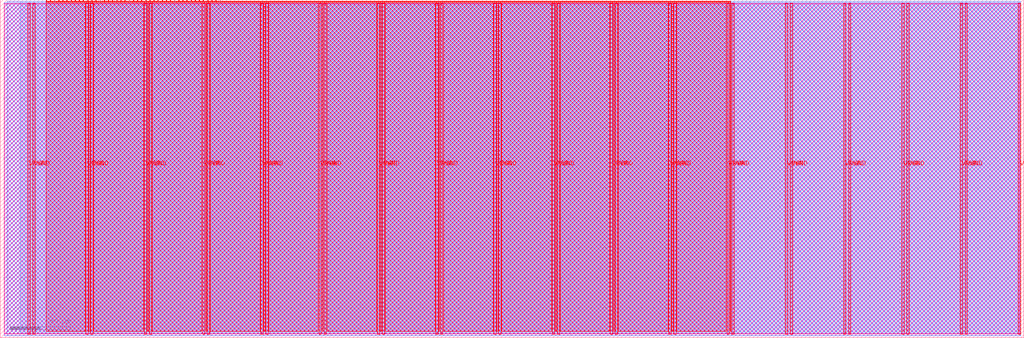
<source format=lef>
VERSION 5.7 ;
  NOWIREEXTENSIONATPIN ON ;
  DIVIDERCHAR "/" ;
  BUSBITCHARS "[]" ;
MACRO tt_um_kianv_bare_metal
  CLASS BLOCK ;
  FOREIGN tt_um_kianv_bare_metal ;
  ORIGIN 0.000 0.000 ;
  SIZE 682.640 BY 225.760 ;
  PIN VGND
    DIRECTION INOUT ;
    USE GROUND ;
    PORT
      LAYER met4 ;
        RECT 21.580 2.480 23.180 223.280 ;
    END
    PORT
      LAYER met4 ;
        RECT 60.450 2.480 62.050 223.280 ;
    END
    PORT
      LAYER met4 ;
        RECT 99.320 2.480 100.920 223.280 ;
    END
    PORT
      LAYER met4 ;
        RECT 138.190 2.480 139.790 223.280 ;
    END
    PORT
      LAYER met4 ;
        RECT 177.060 2.480 178.660 223.280 ;
    END
    PORT
      LAYER met4 ;
        RECT 215.930 2.480 217.530 223.280 ;
    END
    PORT
      LAYER met4 ;
        RECT 254.800 2.480 256.400 223.280 ;
    END
    PORT
      LAYER met4 ;
        RECT 293.670 2.480 295.270 223.280 ;
    END
    PORT
      LAYER met4 ;
        RECT 332.540 2.480 334.140 223.280 ;
    END
    PORT
      LAYER met4 ;
        RECT 371.410 2.480 373.010 223.280 ;
    END
    PORT
      LAYER met4 ;
        RECT 410.280 2.480 411.880 223.280 ;
    END
    PORT
      LAYER met4 ;
        RECT 449.150 2.480 450.750 223.280 ;
    END
    PORT
      LAYER met4 ;
        RECT 488.020 2.480 489.620 223.280 ;
    END
    PORT
      LAYER met4 ;
        RECT 526.890 2.480 528.490 223.280 ;
    END
    PORT
      LAYER met4 ;
        RECT 565.760 2.480 567.360 223.280 ;
    END
    PORT
      LAYER met4 ;
        RECT 604.630 2.480 606.230 223.280 ;
    END
    PORT
      LAYER met4 ;
        RECT 643.500 2.480 645.100 223.280 ;
    END
  END VGND
  PIN VPWR
    DIRECTION INOUT ;
    USE POWER ;
    PORT
      LAYER met4 ;
        RECT 18.280 2.480 19.880 223.280 ;
    END
    PORT
      LAYER met4 ;
        RECT 57.150 2.480 58.750 223.280 ;
    END
    PORT
      LAYER met4 ;
        RECT 96.020 2.480 97.620 223.280 ;
    END
    PORT
      LAYER met4 ;
        RECT 134.890 2.480 136.490 223.280 ;
    END
    PORT
      LAYER met4 ;
        RECT 173.760 2.480 175.360 223.280 ;
    END
    PORT
      LAYER met4 ;
        RECT 212.630 2.480 214.230 223.280 ;
    END
    PORT
      LAYER met4 ;
        RECT 251.500 2.480 253.100 223.280 ;
    END
    PORT
      LAYER met4 ;
        RECT 290.370 2.480 291.970 223.280 ;
    END
    PORT
      LAYER met4 ;
        RECT 329.240 2.480 330.840 223.280 ;
    END
    PORT
      LAYER met4 ;
        RECT 368.110 2.480 369.710 223.280 ;
    END
    PORT
      LAYER met4 ;
        RECT 406.980 2.480 408.580 223.280 ;
    END
    PORT
      LAYER met4 ;
        RECT 445.850 2.480 447.450 223.280 ;
    END
    PORT
      LAYER met4 ;
        RECT 484.720 2.480 486.320 223.280 ;
    END
    PORT
      LAYER met4 ;
        RECT 523.590 2.480 525.190 223.280 ;
    END
    PORT
      LAYER met4 ;
        RECT 562.460 2.480 564.060 223.280 ;
    END
    PORT
      LAYER met4 ;
        RECT 601.330 2.480 602.930 223.280 ;
    END
    PORT
      LAYER met4 ;
        RECT 640.200 2.480 641.800 223.280 ;
    END
    PORT
      LAYER met4 ;
        RECT 679.070 2.480 680.670 223.280 ;
    END
  END VPWR
  PIN clk
    DIRECTION INPUT ;
    USE SIGNAL ;
    ANTENNAGATEAREA 0.852000 ;
    PORT
      LAYER met4 ;
        RECT 143.830 224.760 144.130 225.760 ;
    END
  END clk
  PIN ena
    DIRECTION INPUT ;
    USE SIGNAL ;
    PORT
      LAYER met4 ;
        RECT 146.590 224.760 146.890 225.760 ;
    END
  END ena
  PIN rst_n
    DIRECTION INPUT ;
    USE SIGNAL ;
    ANTENNAGATEAREA 0.196500 ;
    PORT
      LAYER met4 ;
        RECT 141.070 224.760 141.370 225.760 ;
    END
  END rst_n
  PIN ui_in[0]
    DIRECTION INPUT ;
    USE SIGNAL ;
    PORT
      LAYER met4 ;
        RECT 138.310 224.760 138.610 225.760 ;
    END
  END ui_in[0]
  PIN ui_in[1]
    DIRECTION INPUT ;
    USE SIGNAL ;
    PORT
      LAYER met4 ;
        RECT 135.550 224.760 135.850 225.760 ;
    END
  END ui_in[1]
  PIN ui_in[2]
    DIRECTION INPUT ;
    USE SIGNAL ;
    ANTENNAGATEAREA 0.196500 ;
    PORT
      LAYER met4 ;
        RECT 132.790 224.760 133.090 225.760 ;
    END
  END ui_in[2]
  PIN ui_in[3]
    DIRECTION INPUT ;
    USE SIGNAL ;
    ANTENNAGATEAREA 0.196500 ;
    PORT
      LAYER met4 ;
        RECT 130.030 224.760 130.330 225.760 ;
    END
  END ui_in[3]
  PIN ui_in[4]
    DIRECTION INPUT ;
    USE SIGNAL ;
    PORT
      LAYER met4 ;
        RECT 127.270 224.760 127.570 225.760 ;
    END
  END ui_in[4]
  PIN ui_in[5]
    DIRECTION INPUT ;
    USE SIGNAL ;
    PORT
      LAYER met4 ;
        RECT 124.510 224.760 124.810 225.760 ;
    END
  END ui_in[5]
  PIN ui_in[6]
    DIRECTION INPUT ;
    USE SIGNAL ;
    PORT
      LAYER met4 ;
        RECT 121.750 224.760 122.050 225.760 ;
    END
  END ui_in[6]
  PIN ui_in[7]
    DIRECTION INPUT ;
    USE SIGNAL ;
    PORT
      LAYER met4 ;
        RECT 118.990 224.760 119.290 225.760 ;
    END
  END ui_in[7]
  PIN uio_in[0]
    DIRECTION INPUT ;
    USE SIGNAL ;
    PORT
      LAYER met4 ;
        RECT 116.230 224.760 116.530 225.760 ;
    END
  END uio_in[0]
  PIN uio_in[1]
    DIRECTION INPUT ;
    USE SIGNAL ;
    ANTENNAGATEAREA 0.196500 ;
    PORT
      LAYER met4 ;
        RECT 113.470 224.760 113.770 225.760 ;
    END
  END uio_in[1]
  PIN uio_in[2]
    DIRECTION INPUT ;
    USE SIGNAL ;
    ANTENNAGATEAREA 0.196500 ;
    PORT
      LAYER met4 ;
        RECT 110.710 224.760 111.010 225.760 ;
    END
  END uio_in[2]
  PIN uio_in[3]
    DIRECTION INPUT ;
    USE SIGNAL ;
    PORT
      LAYER met4 ;
        RECT 107.950 224.760 108.250 225.760 ;
    END
  END uio_in[3]
  PIN uio_in[4]
    DIRECTION INPUT ;
    USE SIGNAL ;
    ANTENNAGATEAREA 0.196500 ;
    PORT
      LAYER met4 ;
        RECT 105.190 224.760 105.490 225.760 ;
    END
  END uio_in[4]
  PIN uio_in[5]
    DIRECTION INPUT ;
    USE SIGNAL ;
    ANTENNAGATEAREA 0.196500 ;
    PORT
      LAYER met4 ;
        RECT 102.430 224.760 102.730 225.760 ;
    END
  END uio_in[5]
  PIN uio_in[6]
    DIRECTION INPUT ;
    USE SIGNAL ;
    PORT
      LAYER met4 ;
        RECT 99.670 224.760 99.970 225.760 ;
    END
  END uio_in[6]
  PIN uio_in[7]
    DIRECTION INPUT ;
    USE SIGNAL ;
    PORT
      LAYER met4 ;
        RECT 96.910 224.760 97.210 225.760 ;
    END
  END uio_in[7]
  PIN uio_oe[0]
    DIRECTION OUTPUT ;
    USE SIGNAL ;
    PORT
      LAYER met4 ;
        RECT 49.990 224.760 50.290 225.760 ;
    END
  END uio_oe[0]
  PIN uio_oe[1]
    DIRECTION OUTPUT ;
    USE SIGNAL ;
    ANTENNAGATEAREA 0.247500 ;
    ANTENNADIFFAREA 0.445500 ;
    PORT
      LAYER met4 ;
        RECT 47.230 224.760 47.530 225.760 ;
    END
  END uio_oe[1]
  PIN uio_oe[2]
    DIRECTION OUTPUT ;
    USE SIGNAL ;
    ANTENNADIFFAREA 0.445500 ;
    PORT
      LAYER met4 ;
        RECT 44.470 224.760 44.770 225.760 ;
    END
  END uio_oe[2]
  PIN uio_oe[3]
    DIRECTION OUTPUT ;
    USE SIGNAL ;
    PORT
      LAYER met4 ;
        RECT 41.710 224.760 42.010 225.760 ;
    END
  END uio_oe[3]
  PIN uio_oe[4]
    DIRECTION OUTPUT ;
    USE SIGNAL ;
    ANTENNADIFFAREA 0.445500 ;
    PORT
      LAYER met4 ;
        RECT 38.950 224.760 39.250 225.760 ;
    END
  END uio_oe[4]
  PIN uio_oe[5]
    DIRECTION OUTPUT ;
    USE SIGNAL ;
    ANTENNAGATEAREA 0.565500 ;
    ANTENNADIFFAREA 0.891000 ;
    PORT
      LAYER met4 ;
        RECT 36.190 224.760 36.490 225.760 ;
    END
  END uio_oe[5]
  PIN uio_oe[6]
    DIRECTION OUTPUT ;
    USE SIGNAL ;
    PORT
      LAYER met4 ;
        RECT 33.430 224.760 33.730 225.760 ;
    END
  END uio_oe[6]
  PIN uio_oe[7]
    DIRECTION OUTPUT ;
    USE SIGNAL ;
    PORT
      LAYER met4 ;
        RECT 30.670 224.760 30.970 225.760 ;
    END
  END uio_oe[7]
  PIN uio_out[0]
    DIRECTION OUTPUT ;
    USE SIGNAL ;
    ANTENNAGATEAREA 0.247500 ;
    ANTENNADIFFAREA 0.445500 ;
    PORT
      LAYER met4 ;
        RECT 72.070 224.760 72.370 225.760 ;
    END
  END uio_out[0]
  PIN uio_out[1]
    DIRECTION OUTPUT ;
    USE SIGNAL ;
    ANTENNADIFFAREA 0.445500 ;
    PORT
      LAYER met4 ;
        RECT 69.310 224.760 69.610 225.760 ;
    END
  END uio_out[1]
  PIN uio_out[2]
    DIRECTION OUTPUT ;
    USE SIGNAL ;
    ANTENNADIFFAREA 0.445500 ;
    PORT
      LAYER met4 ;
        RECT 66.550 224.760 66.850 225.760 ;
    END
  END uio_out[2]
  PIN uio_out[3]
    DIRECTION OUTPUT ;
    USE SIGNAL ;
    ANTENNADIFFAREA 0.445500 ;
    PORT
      LAYER met4 ;
        RECT 63.790 224.760 64.090 225.760 ;
    END
  END uio_out[3]
  PIN uio_out[4]
    DIRECTION OUTPUT ;
    USE SIGNAL ;
    ANTENNADIFFAREA 0.445500 ;
    PORT
      LAYER met4 ;
        RECT 61.030 224.760 61.330 225.760 ;
    END
  END uio_out[4]
  PIN uio_out[5]
    DIRECTION OUTPUT ;
    USE SIGNAL ;
    ANTENNADIFFAREA 0.445500 ;
    PORT
      LAYER met4 ;
        RECT 58.270 224.760 58.570 225.760 ;
    END
  END uio_out[5]
  PIN uio_out[6]
    DIRECTION OUTPUT ;
    USE SIGNAL ;
    ANTENNAGATEAREA 0.247500 ;
    ANTENNADIFFAREA 0.445500 ;
    PORT
      LAYER met4 ;
        RECT 55.510 224.760 55.810 225.760 ;
    END
  END uio_out[6]
  PIN uio_out[7]
    DIRECTION OUTPUT ;
    USE SIGNAL ;
    PORT
      LAYER met4 ;
        RECT 52.750 224.760 53.050 225.760 ;
    END
  END uio_out[7]
  PIN uo_out[0]
    DIRECTION OUTPUT ;
    USE SIGNAL ;
    ANTENNADIFFAREA 0.795200 ;
    PORT
      LAYER met4 ;
        RECT 94.150 224.760 94.450 225.760 ;
    END
  END uo_out[0]
  PIN uo_out[1]
    DIRECTION OUTPUT ;
    USE SIGNAL ;
    ANTENNADIFFAREA 0.795200 ;
    PORT
      LAYER met4 ;
        RECT 91.390 224.760 91.690 225.760 ;
    END
  END uo_out[1]
  PIN uo_out[2]
    DIRECTION OUTPUT ;
    USE SIGNAL ;
    ANTENNADIFFAREA 0.795200 ;
    PORT
      LAYER met4 ;
        RECT 88.630 224.760 88.930 225.760 ;
    END
  END uo_out[2]
  PIN uo_out[3]
    DIRECTION OUTPUT ;
    USE SIGNAL ;
    ANTENNADIFFAREA 0.445500 ;
    PORT
      LAYER met4 ;
        RECT 85.870 224.760 86.170 225.760 ;
    END
  END uo_out[3]
  PIN uo_out[4]
    DIRECTION OUTPUT ;
    USE SIGNAL ;
    ANTENNADIFFAREA 0.445500 ;
    PORT
      LAYER met4 ;
        RECT 83.110 224.760 83.410 225.760 ;
    END
  END uo_out[4]
  PIN uo_out[5]
    DIRECTION OUTPUT ;
    USE SIGNAL ;
    ANTENNADIFFAREA 0.795200 ;
    PORT
      LAYER met4 ;
        RECT 80.350 224.760 80.650 225.760 ;
    END
  END uo_out[5]
  PIN uo_out[6]
    DIRECTION OUTPUT ;
    USE SIGNAL ;
    ANTENNADIFFAREA 0.795200 ;
    PORT
      LAYER met4 ;
        RECT 77.590 224.760 77.890 225.760 ;
    END
  END uo_out[6]
  PIN uo_out[7]
    DIRECTION OUTPUT ;
    USE SIGNAL ;
    ANTENNADIFFAREA 0.795200 ;
    PORT
      LAYER met4 ;
        RECT 74.830 224.760 75.130 225.760 ;
    END
  END uo_out[7]
  OBS
      LAYER nwell ;
        RECT 2.570 2.635 680.070 223.230 ;
      LAYER li1 ;
        RECT 2.760 2.635 679.880 223.125 ;
      LAYER met1 ;
        RECT 2.760 1.400 680.670 223.680 ;
      LAYER met2 ;
        RECT 4.700 1.370 680.640 224.925 ;
      LAYER met3 ;
        RECT 13.405 2.555 680.660 224.905 ;
      LAYER met4 ;
        RECT 31.370 224.360 33.030 224.905 ;
        RECT 34.130 224.360 35.790 224.905 ;
        RECT 36.890 224.360 38.550 224.905 ;
        RECT 39.650 224.360 41.310 224.905 ;
        RECT 42.410 224.360 44.070 224.905 ;
        RECT 45.170 224.360 46.830 224.905 ;
        RECT 47.930 224.360 49.590 224.905 ;
        RECT 50.690 224.360 52.350 224.905 ;
        RECT 53.450 224.360 55.110 224.905 ;
        RECT 56.210 224.360 57.870 224.905 ;
        RECT 58.970 224.360 60.630 224.905 ;
        RECT 61.730 224.360 63.390 224.905 ;
        RECT 64.490 224.360 66.150 224.905 ;
        RECT 67.250 224.360 68.910 224.905 ;
        RECT 70.010 224.360 71.670 224.905 ;
        RECT 72.770 224.360 74.430 224.905 ;
        RECT 75.530 224.360 77.190 224.905 ;
        RECT 78.290 224.360 79.950 224.905 ;
        RECT 81.050 224.360 82.710 224.905 ;
        RECT 83.810 224.360 85.470 224.905 ;
        RECT 86.570 224.360 88.230 224.905 ;
        RECT 89.330 224.360 90.990 224.905 ;
        RECT 92.090 224.360 93.750 224.905 ;
        RECT 94.850 224.360 96.510 224.905 ;
        RECT 97.610 224.360 99.270 224.905 ;
        RECT 100.370 224.360 102.030 224.905 ;
        RECT 103.130 224.360 104.790 224.905 ;
        RECT 105.890 224.360 107.550 224.905 ;
        RECT 108.650 224.360 110.310 224.905 ;
        RECT 111.410 224.360 113.070 224.905 ;
        RECT 114.170 224.360 115.830 224.905 ;
        RECT 116.930 224.360 118.590 224.905 ;
        RECT 119.690 224.360 121.350 224.905 ;
        RECT 122.450 224.360 124.110 224.905 ;
        RECT 125.210 224.360 126.870 224.905 ;
        RECT 127.970 224.360 129.630 224.905 ;
        RECT 130.730 224.360 132.390 224.905 ;
        RECT 133.490 224.360 135.150 224.905 ;
        RECT 136.250 224.360 137.910 224.905 ;
        RECT 139.010 224.360 140.670 224.905 ;
        RECT 141.770 224.360 143.430 224.905 ;
        RECT 144.530 224.360 146.190 224.905 ;
        RECT 147.290 224.360 487.305 224.905 ;
        RECT 30.655 223.680 487.305 224.360 ;
        RECT 30.655 4.255 56.750 223.680 ;
        RECT 59.150 4.255 60.050 223.680 ;
        RECT 62.450 4.255 95.620 223.680 ;
        RECT 98.020 4.255 98.920 223.680 ;
        RECT 101.320 4.255 134.490 223.680 ;
        RECT 136.890 4.255 137.790 223.680 ;
        RECT 140.190 4.255 173.360 223.680 ;
        RECT 175.760 4.255 176.660 223.680 ;
        RECT 179.060 4.255 212.230 223.680 ;
        RECT 214.630 4.255 215.530 223.680 ;
        RECT 217.930 4.255 251.100 223.680 ;
        RECT 253.500 4.255 254.400 223.680 ;
        RECT 256.800 4.255 289.970 223.680 ;
        RECT 292.370 4.255 293.270 223.680 ;
        RECT 295.670 4.255 328.840 223.680 ;
        RECT 331.240 4.255 332.140 223.680 ;
        RECT 334.540 4.255 367.710 223.680 ;
        RECT 370.110 4.255 371.010 223.680 ;
        RECT 373.410 4.255 406.580 223.680 ;
        RECT 408.980 4.255 409.880 223.680 ;
        RECT 412.280 4.255 445.450 223.680 ;
        RECT 447.850 4.255 448.750 223.680 ;
        RECT 451.150 4.255 484.320 223.680 ;
        RECT 486.720 4.255 487.305 223.680 ;
  END
END tt_um_kianv_bare_metal
END LIBRARY


</source>
